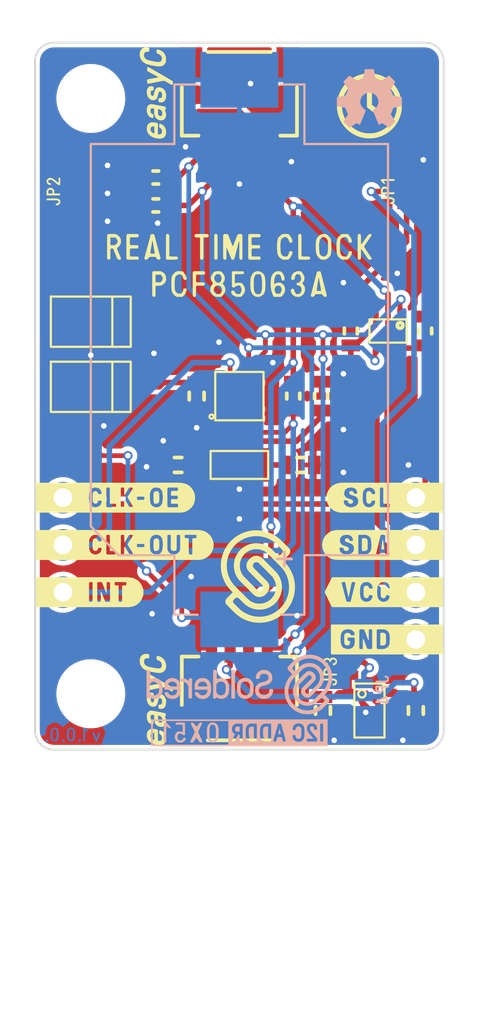
<source format=kicad_pcb>
(kicad_pcb (version 20210126) (generator pcbnew)
  (layers (0 "F.Cu" signal) (31 "B.Cu" signal) (34 "B.Paste" user) (35 "F.Paste" user) (36 "B.SilkS" user "B.Silkscreen") (37 "F.SilkS" user "F.Silkscreen") (38 "B.Mask" user) (39 "F.Mask" user) (44 "Edge.Cuts" user))
  (net 0 "")
  (net 1 "GND")
  (net 2 "Net-(C1-Pad1)")
  (net 3 "Net-(C2-Pad1)")
  (net 4 "VCC")
  (net 5 "Net-(C4-Pad2)")
  (net 6 "3V3")
  (net 7 "Net-(D1-Pad1)")
  (net 8 "SDA_PULL5")
  (net 9 "5V")
  (net 10 "SCL_PULL5")
  (net 11 "SDA_PULL3,3")
  (net 12 "SCL_PULL3,3")
  (net 13 "CLK_OE")
  (net 14 "CLK_OUT")
  (net 15 "INT")
  (net 16 "SDA3,3")
  (net 17 "SCL3,3")
  (net 18 "SCL5")
  (net 19 "SDA5")
  (footprint "e-radionica.com footprinti:0603R" (layer "F.Cu") (at 131 107.5 90)
    (fp_text reference "R5")
    (fp_text value "10k")
    (pad "1" smd rect (at -0.775 0 180) (size 1 0.64) (layers "F.Cu" "F.Paste" "F.Mask") (net 18 "SCL5"))
    (pad "2" smd rect (at 0.775 0 180) (size 1 0.64) (layers "F.Cu" "F.Paste" "F.Mask") (net 10 "SCL_PULL5"))
  )
  (footprint "e-radionica.com footprinti:KRISTAL_3215" (layer "F.Cu") (at 121 114.7 180)
    (fp_text reference "X1")
    (fp_text value "32.768kHz-3215")
    (pad "1" smd rect (at -1.25 0 180) (size 1 1.8) (layers "F.Cu" "F.Paste" "F.Mask") (net 2 "Net-(C1-Pad1)"))
    (pad "2" smd rect (at 1.25 0 180) (size 1 1.8) (layers "F.Cu" "F.Paste" "F.Mask") (net 3 "Net-(C2-Pad1)"))
  )
  (footprint "buzzardLabel" (layer "F.Cu") (at 132.4 116.46)
    (fp_text reference "" (at 0 0) (layer "F.SilkS") (effects (font (size 1.27 1.27))))
    (fp_text value "" (at 0 0) (layer "F.SilkS") (effects (font (size 1.27 1.27))))
  )
  (footprint "Soldered Graphics:Symbol-Front-Clock" (layer "F.Cu") (at 128 95.4)
    (fp_text reference "G***" hide)
    (fp_text value "LOGO" hide)
  )
  (footprint "buzzardLabel" (layer "F.Cu") (at 121 103)
    (fp_text reference "" (at 0 0) (layer "F.SilkS") (effects (font (size 1.27 1.27))))
    (fp_text value "" (at 0 0) (layer "F.SilkS") (effects (font (size 1.27 1.27))))
  )
  (footprint "e-radionica.com footprinti:HEADER_MALE_4X1" (layer "F.Cu") (at 130.5 120.27 90)
    (fp_text reference "K5")
    (fp_text value "HEADER_MALE_4X1")
    (pad "1" thru_hole circle (at -3.81 0 90) (size 1.7 1.7) (drill 1) (layers *.Cu *.Mask) (net 1 "GND"))
    (pad "2" thru_hole circle (at -1.27 0 90) (size 1.7 1.7) (drill 1) (layers *.Cu *.Mask) (net 9 "5V"))
    (pad "3" thru_hole circle (at 1.27 0 90) (size 1.7 1.7) (drill 1) (layers *.Cu *.Mask) (net 19 "SDA5"))
    (pad "4" thru_hole circle (at 3.81 0 90) (size 1.7 1.7) (drill 1) (layers *.Cu *.Mask) (net 18 "SCL5"))
  )
  (footprint "Soldered Graphics:Logo-Front-easyC-5mm" (layer "F.Cu") (at 116.5 94.7 90)
    (fp_text reference "G***" hide)
    (fp_text value "LOGO" hide)
  )
  (footprint "Soldered Graphics:Logo-Back-OSH-3.5mm" (layer "F.Cu") (at 128 95)
    (fp_text reference "G***" hide)
    (fp_text value "LOGO" hide)
  )
  (footprint "buzzardLabel" (layer "F.Cu") (at 132.4 119)
    (fp_text reference "" (at 0 0) (layer "F.SilkS") (effects (font (size 1.27 1.27))))
    (fp_text value "" (at 0 0) (layer "F.SilkS") (effects (font (size 1.27 1.27))))
  )
  (footprint "e-radionica.com footprinti:0603C" (layer "F.Cu") (at 118.7 111 90)
    (fp_text reference "C3")
    (fp_text value "0.1uF")
    (pad "1" smd rect (at -0.73 0 90) (size 0.66 1) (layers "F.Cu" "F.Paste" "F.Mask") (net 1 "GND"))
    (pad "2" smd rect (at 0.73 0 90) (size 0.66 1) (layers "F.Cu" "F.Paste" "F.Mask") (net 4 "VCC"))
  )
  (footprint "buzzardLabel" (layer "F.Cu") (at 129 100 90)
    (fp_text reference "" (at 0 0 90) (layer "F.SilkS") (effects (font (size 1.27 1.27))))
    (fp_text value "" (at 0 0 90) (layer "F.SilkS") (effects (font (size 1.27 1.27))))
  )
  (footprint "e-radionica.com footprinti:FIDUCIAL_1MM_PASTE" (layer "F.Cu") (at 120.5 128)
    (fp_text reference "FD1")
    (fp_text value "Fiducial_Stencil")
    (pad "1" smd circle (at 0 0) (size 1 1) (property pad_prop_fiducial_glob) (layers "F.Cu" "F.Paste" "F.Mask"))
  )
  (footprint "e-radionica.com footprinti:SMD-JUMPER-CONNECTED_TRACE_NOSLODERMASK" (layer "F.Cu") (at 126.9 125.65 90)
    (fp_text reference "JP3")
    (fp_text value "SMD-JUMPER-CONNECTED_TRACE_NOSLODERMASK")
    (fp_poly (pts (xy 0.1 0.1) (xy -0.1 0.1) (xy -0.1 -0.1) (xy 0.1 -0.1)) (layer "F.Cu") (width 0.1) (fill solid))
    (pad "1" smd rect (at -0.35 0 90) (size 0.5 1) (layers "F.Cu") (net 5 "Net-(C4-Pad2)"))
    (pad "2" smd rect (at 0.35 0 90) (size 0.5 1) (layers "F.Cu") (net 9 "5V"))
  )
  (footprint "e-radionica.com footprinti:0603C" (layer "F.Cu") (at 117.7 114.7 180)
    (fp_text reference "C2")
    (fp_text value "7pF")
    (pad "1" smd rect (at -0.73 0 180) (size 0.66 1) (layers "F.Cu" "F.Paste" "F.Mask") (net 3 "Net-(C2-Pad1)"))
    (pad "2" smd rect (at 0.73 0 180) (size 0.66 1) (layers "F.Cu" "F.Paste" "F.Mask") (net 1 "GND"))
  )
  (footprint "e-radionica.com footprinti:0603C" (layer "F.Cu") (at 130.5 127.9 90)
    (fp_text reference "C5")
    (fp_text value "2.2uF")
    (pad "1" smd rect (at -0.73 0 90) (size 0.66 1) (layers "F.Cu" "F.Paste" "F.Mask") (net 1 "GND"))
    (pad "2" smd rect (at 0.73 0 90) (size 0.66 1) (layers "F.Cu" "F.Paste" "F.Mask") (net 6 "3V3"))
  )
  (footprint "e-radionica.com footprinti:HOLE_3.2mm" (layer "F.Cu") (at 113 127)
    (fp_text reference "H2" hide)
    (fp_text value "HOLE_3.2mm" hide)
    (pad "" np_thru_hole circle (at 0 0) (size 3.2 3.2) (drill 3.2) (layers F&B.Cu *.Mask))
  )
  (footprint "buzzardLabel" (layer "F.Cu") (at 132.4 121.54)
    (fp_text reference "" (at 0 0) (layer "F.SilkS") (effects (font (size 1.27 1.27))))
    (fp_text value "" (at 0 0) (layer "F.SilkS") (effects (font (size 1.27 1.27))))
  )
  (footprint "Soldered Graphics:Logo-Front-Soldered-5mm" (layer "F.Cu") (at 122 120.7)
    (fp_text reference "G***" hide)
    (fp_text value "LOGO" hide)
  )
  (footprint "e-radionica.com footprinti:SMD_JUMPER_3_PAD_TRACE" (layer "F.Cu") (at 112 100 -90)
    (fp_text reference "JP2")
    (fp_text value "SMD_JUMPER_3_PAD_TRACE")
    (fp_poly (pts (xy 0.45 0.05) (xy 0.25 0.05) (xy 0.25 -0.05) (xy 0.45 -0.05)) (layer "F.Cu") (width 0.1) (fill solid))
    (fp_poly (pts (xy -0.25 0.05) (xy -0.45 0.05) (xy -0.45 -0.05) (xy -0.25 -0.05)) (layer "F.Cu") (width 0.1) (fill solid))
    (pad "1" smd rect (at -0.7 0 90) (size 0.5 1) (layers "F.Cu" "F.Mask") (net 12 "SCL_PULL3,3"))
    (pad "2" smd custom (at 0 0 90) (size 0.5 1) (layers "F.Cu" "F.Mask") (net 6 "3V3") (options (clearance outline) (anchor rect)) (primitives))
    (pad "3" smd rect (at 0.7 0 90) (size 0.5 1) (layers "F.Cu" "F.Mask") (net 11 "SDA_PULL3,3"))
  )
  (footprint "e-radionica.com footprinti:M4_DIODA" (layer "F.Cu") (at 113 107)
    (fp_text reference "D2")
    (fp_text value "M4_DIODA")
    (pad "1" smd rect (at -1.69 0) (size 1.27 1.47) (layers "F.Cu" "F.Paste" "F.Mask") (net 6 "3V3"))
    (pad "2" smd rect (at 1.69 0) (size 1.27 1.47) (layers "F.Cu" "F.Paste" "F.Mask") (net 4 "VCC"))
  )
  (footprint "e-radionica.com footprinti:0603C" (layer "F.Cu") (at 124.3 114.7)
    (fp_text reference "C1")
    (fp_text value "7pF")
    (pad "1" smd rect (at -0.73 0) (size 0.66 1) (layers "F.Cu" "F.Paste" "F.Mask") (net 2 "Net-(C1-Pad1)"))
    (pad "2" smd rect (at 0.73 0) (size 0.66 1) (layers "F.Cu" "F.Paste" "F.Mask") (net 1 "GND"))
  )
  (footprint "e-radionica.com footprinti:0603R" (layer "F.Cu") (at 116.5 99.25 180)
    (fp_text reference "R6")
    (fp_text value "10k")
    (pad "1" smd rect (at -0.775 0 270) (size 1 0.64) (layers "F.Cu" "F.Paste" "F.Mask") (net 17 "SCL3,3"))
    (pad "2" smd rect (at 0.775 0 270) (size 1 0.64) (layers "F.Cu" "F.Paste" "F.Mask") (net 12 "SCL_PULL3,3"))
  )
  (footprint "e-radionica.com footprinti:SOT-23-5" (layer "F.Cu") (at 128 127.9)
    (fp_text reference "U3")
    (fp_text value "SE5218")
    (pad "1" smd rect (at -1.1 -0.95) (size 0.7 0.45) (layers "F.Cu" "F.Paste" "F.Mask") (net 5 "Net-(C4-Pad2)"))
    (pad "2" smd rect (at -1.1 0) (size 0.7 0.45) (layers "F.Cu" "F.Paste" "F.Mask") (net 1 "GND"))
    (pad "3" smd rect (at -1.1 0.95) (size 0.7 0.45) (layers "F.Cu" "F.Paste" "F.Mask") (net 5 "Net-(C4-Pad2)"))
    (pad "4" smd rect (at 1.1 0.95) (size 0.7 0.45) (layers "F.Cu" "F.Paste" "F.Mask"))
    (pad "5" smd rect (at 1.1 -0.95) (size 0.7 0.45) (layers "F.Cu" "F.Paste" "F.Mask") (net 6 "3V3"))
  )
  (footprint "buzzardLabel" (layer "F.Cu") (at 121 105)
    (fp_text reference "" (at 0 0) (layer "F.SilkS") (effects (font (size 1.27 1.27))))
    (fp_text value "" (at 0 0) (layer "F.SilkS") (effects (font (size 1.27 1.27))))
  )
  (footprint "e-radionica.com footprinti:0603R" (layer "F.Cu") (at 125.4 111 -90)
    (fp_text reference "R4")
    (fp_text value "10k")
    (pad "1" smd rect (at -0.775 0) (size 1 0.64) (layers "F.Cu" "F.Paste" "F.Mask") (net 1 "GND"))
    (pad "2" smd rect (at 0.775 0) (size 1 0.64) (layers "F.Cu" "F.Paste" "F.Mask") (net 13 "CLK_OE"))
  )
  (footprint "buzzardLabel" (layer "F.Cu") (at 109.6 116.46)
    (fp_text reference "" (at 0 0) (layer "F.SilkS") (effects (font (size 1.27 1.27))))
    (fp_text value "" (at 0 0) (layer "F.SilkS") (effects (font (size 1.27 1.27))))
  )
  (footprint "e-radionica.com footprinti:0603R" (layer "F.Cu") (at 116.5 100.75)
    (fp_text reference "R1")
    (fp_text value "10k")
    (pad "1" smd rect (at -0.775 0 90) (size 1 0.64) (layers "F.Cu" "F.Paste" "F.Mask") (net 11 "SDA_PULL3,3"))
    (pad "2" smd rect (at 0.775 0 90) (size 1 0.64) (layers "F.Cu" "F.Paste" "F.Mask") (net 16 "SDA3,3"))
  )
  (footprint "e-radionica.com footprinti:HOLE_3.2mm" (layer "F.Cu") (at 113 95)
    (fp_text reference "H1" hide)
    (fp_text value "HOLE_3.2mm" hide)
    (pad "" np_thru_hole circle (at 0 0) (size 3.2 3.2) (drill 3.2) (layers F&B.Cu *.Mask))
  )
  (footprint "buzzardLabel" (layer "F.Cu") (at 132.4 124.08)
    (fp_text reference "" (at 0 0) (layer "F.SilkS") (effects (font (size 1.27 1.27))))
    (fp_text value "" (at 0 0) (layer "F.SilkS") (effects (font (size 1.27 1.27))))
  )
  (footprint "e-radionica.com footprinti:0603C" (layer "F.Cu") (at 125.5 127.9 90)
    (fp_text reference "C4")
    (fp_text value "2.2uF")
    (pad "1" smd rect (at -0.73 0 90) (size 0.66 1) (layers "F.Cu" "F.Paste" "F.Mask") (net 1 "GND"))
    (pad "2" smd rect (at 0.73 0 90) (size 0.66 1) (layers "F.Cu" "F.Paste" "F.Mask") (net 5 "Net-(C4-Pad2)"))
  )
  (footprint "e-radionica.com footprinti:0603R" (layer "F.Cu") (at 123.9 111 90)
    (fp_text reference "R3")
    (fp_text value "10k")
    (pad "1" smd rect (at -0.775 0 180) (size 1 0.64) (layers "F.Cu" "F.Paste" "F.Mask") (net 15 "INT"))
    (pad "2" smd rect (at 0.775 0 180) (size 1 0.64) (layers "F.Cu" "F.Paste" "F.Mask") (net 6 "3V3"))
  )
  (footprint "buzzardLabel" (layer "F.Cu") (at 109.6 119)
    (fp_text reference "" (at 0 0) (layer "F.SilkS") (effects (font (size 1.27 1.27))))
    (fp_text value "" (at 0 0) (layer "F.SilkS") (effects (font (size 1.27 1.27))))
  )
  (footprint "e-radionica.com footprinti:easyC-connector" (layer "F.Cu") (at 121 95.3)
    (fp_text reference "K4")
    (fp_text value "easyC-SMD")
    (pad "1" smd rect (at -1.5 2.15) (size 0.6 1.55) (layers "F.Cu" "F.Paste" "F.Mask") (net 17 "SCL3,3"))
    (pad "2" smd rect (at -0.5 2.15) (size 0.6 1.55) (layers "F.Cu" "F.Paste" "F.Mask") (net 16 "SDA3,3"))
    (pad "3" smd rect (at 0.5 2.15) (size 0.6 1.55) (layers "F.Cu" "F.Paste" "F.Mask") (net 6 "3V3"))
    (pad "4" smd rect (at 1.5 2.15) (size 0.6 1.55) (layers "F.Cu" "F.Paste" "F.Mask") (net 1 "GND"))
    (pad "5" smd rect (at 2.6 -2.15) (size 1.2 1.8) (layers "F.Cu" "F.Paste" "F.Mask") (net 1 "GND"))
    (pad "5" smd rect (at -2.6 -2.15) (size 1.2 1.8) (layers "F.Cu" "F.Paste" "F.Mask") (net 1 "GND"))
  )
  (footprint "e-radionica.com footprinti:M4_DIODA" (layer "F.Cu") (at 113 110.5)
    (fp_text reference "D1")
    (fp_text value "M4_DIODA")
    (pad "1" smd rect (at -1.69 0) (size 1.27 1.47) (layers "F.Cu" "F.Paste" "F.Mask") (net 7 "Net-(D1-Pad1)"))
    (pad "2" smd rect (at 1.69 0) (size 1.27 1.47) (layers "F.Cu" "F.Paste" "F.Mask") (net 4 "VCC"))
  )
  (footprint "Soldered Graphics:Logo-Front-easyC-5mm" (layer "F.Cu") (at 116.5 127.3 90)
    (fp_text reference "G***" hide)
    (fp_text value "LOGO" hide)
  )
  (footprint "Soldered Graphics:Logo-Back-SolderedFULL-10mm" (layer "F.Cu") (at 121 126.5)
    (fp_text reference "G***" hide)
    (fp_text value "LOGO" hide)
  )
  (footprint "buzzardLabel" (layer "F.Cu") (at 109.6 121.54)
    (fp_text reference "" (at 0 0) (layer "F.SilkS") (effects (font (size 1.27 1.27))))
    (fp_text value "" (at 0 0) (layer "F.SilkS") (effects (font (size 1.27 1.27))))
  )
  (footprint "e-radionica.com footprinti:SMD_JUMPER_3_PAD_TRACE" (layer "F.Cu") (at 130 100 -90)
    (fp_text reference "JP1")
    (fp_text value "SMD_JUMPER_3_PAD_TRACE")
    (fp_poly (pts (xy -0.25 0.05) (xy -0.45 0.05) (xy -0.45 -0.05) (xy -0.25 -0.05)) (layer "F.Cu") (width 0.1) (fill solid))
    (fp_poly (pts (xy 0.45 0.05) (xy 0.25 0.05) (xy 0.25 -0.05) (xy 0.45 -0.05)) (layer "F.Cu") (width 0.1) (fill solid))
    (pad "1" smd rect (at -0.7 0 90) (size 0.5 1) (layers "F.Cu" "F.Mask") (net 10 "SCL_PULL5"))
    (pad "2" smd custom (at 0 0 90) (size 0.5 1) (layers "F.Cu" "F.Mask") (net 9 "5V") (options (clearance outline) (anchor rect)) (primitives))
    (pad "3" smd rect (at 0.7 0 90) (size 0.5 1) (layers "F.Cu" "F.Mask") (net 8 "SDA_PULL5"))
  )
  (footprint "e-radionica.com footprinti:SOT-363" (layer "F.Cu") (at 129 107.5 -90)
    (fp_text reference "U1")
    (fp_text value "NMOS-DUAL")
    (pad "1" smd rect (at -0.92 -0.65) (size 0.3 0.66) (layers "F.Cu" "F.Paste" "F.Mask") (net 16 "SDA3,3"))
    (pad "2" smd rect (at -0.92 0) (size 0.3 0.66) (layers "F.Cu" "F.Paste" "F.Mask") (net 6 "3V3"))
    (pad "3" smd rect (at -0.92 0.65) (size 0.3 0.66) (layers "F.Cu" "F.Paste" "F.Mask") (net 19 "SDA5"))
    (pad "4" smd rect (at 0.92 0.65) (size 0.3 0.66) (layers "F.Cu" "F.Paste" "F.Mask") (net 17 "SCL3,3"))
    (pad "5" smd rect (at 0.92 0) (size 0.3 0.66) (layers "F.Cu" "F.Paste" "F.Mask") (net 6 "3V3"))
    (pad "6" smd rect (at 0.92 -0.65) (size 0.3 0.66) (layers "F.Cu" "F.Paste" "F.Mask") (net 18 "SCL5"))
  )
  (footprint "e-radionica.com footprinti:easyC-connector" (layer "F.Cu") (at 121 126.7 180)
    (fp_text reference "K3")
    (fp_text value "easyC-SMD")
    (pad "1" smd rect (at -1.5 2.15 180) (size 0.6 1.55) (layers "F.Cu" "F.Paste" "F.Mask") (net 17 "SCL3,3"))
    (pad "2" smd rect (at -0.5 2.15 180) (size 0.6 1.55) (layers "F.Cu" "F.Paste" "F.Mask") (net 16 "SDA3,3"))
    (pad "3" smd rect (at 0.5 2.15 180) (size 0.6 1.55) (layers "F.Cu" "F.Paste" "F.Mask") (net 6 "3V3"))
    (pad "4" smd rect (at 1.5 2.15 180) (size 0.6 1.55) (layers "F.Cu" "F.Paste" "F.Mask") (net 1 "GND"))
    (pad "5" smd rect (at -2.6 -2.15 180) (size 1.2 1.8) (layers "F.Cu" "F.Paste" "F.Mask") (net 1 "GND"))
    (pad "5" smd rect (at 2.6 -2.15 180) (size 1.2 1.8) (layers "F.Cu" "F.Paste" "F.Mask") (net 1 "GND"))
  )
  (footprint "e-radionica.com footprinti:0603R" (layer "F.Cu") (at 127 107.5 -90)
    (fp_text reference "R2")
    (fp_text value "10k")
    (pad "1" smd rect (at -0.775 0) (size 1 0.64) (layers "F.Cu" "F.Paste" "F.Mask") (net 8 "SDA_PULL5"))
    (pad "2" smd rect (at 0.775 0) (size 1 0.64) (layers "F.Cu" "F.Paste" "F.Mask") (net 19 "SDA5"))
  )
  (footprint "buzzardLabel" (layer "F.Cu") (at 111 100 90)
    (fp_text reference "" (at 0 0 90) (layer "F.SilkS") (effects (font (size 1.27 1.27))))
    (fp_text value "" (at 0 0 90) (layer "F.SilkS") (effects (font (size 1.27 1.27))))
  )
  (footprint "buzzardLabel" (layer "F.Cu") (at 125.9 125.8 90)
    (fp_text reference "" (at 0 0 90) (layer "F.SilkS") (effects (font (size 1.27 1.27))))
    (fp_text value "" (at 0 0 90) (layer "F.SilkS") (effects (font (size 1.27 1.27))))
  )
  (footprint "e-radionica.com footprinti:HEADER_MALE_3X1" (layer "F.Cu") (at 111.5 119 90)
    (fp_text reference "K2")
    (fp_text value "HEADER_MALE_3X1")
    (pad "1" thru_hole circle (at -2.54 0 90) (size 1.7 1.7) (drill 1) (layers *.Cu *.Mask) (net 15 "INT"))
    (pad "2" thru_hole circle (at 0 0 90) (size 1.7 1.7) (drill 1) (layers *.Cu *.Mask) (net 14 "CLK_OUT"))
    (pad "3" thru_hole circle (at 2.54 0 90) (size 1.7 1.7) (drill 1) (layers *.Cu *.Mask) (net 13 "CLK_OE"))
  )
  (footprint "e-radionica.com footprinti:PCF85063A" (layer "F.Cu") (at 121 111 90)
    (fp_text reference "U2")
    (fp_text value "PCF85063A")
    (pad "" smd rect (at 0 0 90) (size 1.1 2) (layers "F.Cu" "F.Paste" "F.Mask"))
    (pad "1" smd rect (at -0.95 -1 90) (size 0.625 0.25) (layers "F.Cu" "F.Paste" "F.Mask") (net 3 "Net-(C2-Pad1)"))
    (pad "2" smd rect (at -0.95 -0.5 90) (size 0.625 0.25) (layers "F.Cu" "F.Paste" "F.Mask") (net 2 "Net-(C1-Pad1)"))
    (pad "3" smd rect (at -0.95 0 90) (size 0.625 0.25) (layers "F.Cu" "F.Paste" "F.Mask") (net 13 "CLK_OE"))
    (pad "4" smd rect (at -0.95 0.5 90) (size 0.625 0.25) (layers "F.Cu" "F.Paste" "F.Mask") (net 15 "INT"))
    (pad "5" smd rect (at -0.95 1 90) (size 0.625 0.25) (layers "F.Cu" "F.Paste" "F.Mask") (net 1 "GND"))
    (pad "6" smd rect (at 0.95 1 90) (size 0.625 0.25) (layers "F.Cu" "F.Paste" "F.Mask") (net 16 "SDA3,3"))
    (pad "7" smd rect (at 0.95 0.5 90) (size 0.625 0.25) (layers "F.Cu" "F.Paste" "F.Mask") (net 17 "SCL3,3"))
    (pad "8" smd rect (at 0.95 0 90) (size 0.625 0.25) (layers "F.Cu" "F.Paste" "F.Mask"))
    (pad "9" smd rect (at 0.95 -0.5 90) (size 0.625 0.25) (layers "F.Cu" "F.Paste" "F.Mask") (net 14 "CLK_OUT"))
    (pad "10" smd rect (at 0.95 -1 90) (size 0.625 0.25) (layers "F.Cu" "F.Paste" "F.Mask") (net 4 "VCC"))
  )
  (footprint "buzzardLabel" (layer "B.Cu") (at 118.4 129.1 180)
    (fp_text reference "" (at 0 0) (layer "B.SilkS") (effects (font (size 1.27 1.27)) (justify mirror)))
    (fp_text value "" (at 0 0) (layer "B.SilkS") (effects (font (size 1.27 1.27)) (justify mirror)))
  )
  (footprint "Soldered Graphics:Symbol-Front-I2C-ADDR-Field" (layer "B.Cu") (at 121 129.1 180)
    (fp_text reference "REF**" hide)
    (fp_text value "Symbol-Front-I2C-ADDR-Field" hide)
  )
  (footprint "e-radionica.com footprinti:CR2032-BS-6-1" (layer "B.Cu") (at 121 108.5 -90)
    (fp_text reference "K1")
    (fp_text value "CR2032_BS-6_HOLDER")
    (fp_text user "+" (at 11.25 -2.5 -90 unlocked) (layer "B.SilkS") (effects (justify mirror)))
    (pad "+" smd rect (at 14.5 0 270) (size 3 4.2) (layers "B.Cu" "B.Paste" "B.Mask") (net 7 "Net-(D1-Pad1)"))
    (pad "-" smd rect (at -14.5 0 270) (size 3 4.2) (layers "B.Cu" "B.Paste" "B.Mask") (net 1 "GND"))
  )
  (footprint "Soldered Graphics:Version1.0.0." (layer "B.Cu") (at 112 129.2 180)
    (fp_text reference "" (at 0 0) (layer "B.SilkS") (effects (font (size 1.27 1.27)) (justify mirror)))
    (fp_text value "" (at 0 0) (layer "B.SilkS") (effects (font (size 1.27 1.27)) (justify mirror)))
    (fp_poly (pts (xy 0.43 -0.38) (xy 0.48 -0.38) (xy 0.54 -0.37) (xy 0.54 -0.33) (xy 0.54 -0.27) (xy 0.5 -0.26) (xy 0.45 -0.26) (xy 0.42 -0.29) (xy 0.42 -0.34) (xy 0.43 -0.38)) (layer "B.Cu") (width 0.01) (fill solid))
    (fp_poly (pts (xy -1.33 -0.35) (xy -1.27 -0.35) (xy -1.25 -0.31) (xy -1.09 0.1) (xy -1.11 0.13) (xy -1.16 0.13) (xy -1.19 0.1) (xy -1.28 -0.16) (xy -1.3 -0.21) (xy -1.32 -0.17) (xy -1.41 0.09) (xy -1.44 0.13) (xy -1.49 0.13) (xy -1.51 0.1) (xy -1.36 -0.31) (xy -1.33 -0.35)) (layer "B.Cu") (width 0.01) (fill solid))
    (fp_poly (pts (xy 1.31 -0.38) (xy 1.36 -0.38) (xy 1.41 -0.37) (xy 1.42 -0.33) (xy 1.42 -0.27) (xy 1.38 -0.26) (xy 1.33 -0.26) (xy 1.3 -0.29) (xy 1.3 -0.34) (xy 1.31 -0.38)) (layer "B.Cu") (width 0.01) (fill solid))
    (fp_poly (pts (xy -0.44 -0.38) (xy -0.39 -0.38) (xy -0.34 -0.37) (xy -0.34 -0.33) (xy -0.34 -0.27) (xy -0.38 -0.26) (xy -0.43 -0.26) (xy -0.46 -0.29) (xy -0.46 -0.34) (xy -0.44 -0.38)) (layer "B.Cu") (width 0.01) (fill solid))
    (fp_poly (pts (xy -0.67 -0.35) (xy -0.62 -0.35) (xy -0.6 -0.31) (xy -0.6 0.35) (xy -0.64 0.38) (xy -0.69 0.38) (xy -0.73 0.34) (xy -0.84 0.22) (xy -0.86 0.17) (xy -0.83 0.16) (xy -0.73 0.22) (xy -0.69 0.23) (xy -0.69 -0.31) (xy -0.67 -0.35)) (layer "B.Cu") (width 0.01) (fill solid))
    (fp_poly (pts (xy 0.06 -0.35) (xy 0.11 -0.35) (xy 0.17 -0.33) (xy 0.13 -0.28) (xy 0.03 -0.28) (xy -0.01 -0.25) (xy -0.03 -0.2) (xy -0.05 -0.15) (xy -0.05 -0.11) (xy -0.05 0.01) (xy -0.05 0.13) (xy -0.05 0.17) (xy -0.03 0.22) (xy -0.01 0.27) (xy 0.02 0.3) (xy 0.13 0.3) (xy 0.16 0.26) (xy 0.18 0.21) (xy 0.18 0.15) (xy 0.19 0.05) (xy 0.19 -0.08) (xy 0.19 -0.12) (xy 0.18 -0.17) (xy 0.16 -0.22) (xy 0.14 -0.27) (xy 0.14 -0.28) (xy 0.17 -0.32) (xy 0.21 -0.29) (xy 0.24 -0.26) (xy 0.26 -0.22) (xy 0.27 -0.16) (xy 0.28 -0.11) (xy 0.28 -0.06) (xy 0.28 0.06) (xy 0.28 0.12) (xy 0.27 0.17) (xy 0.26 0.22) (xy 0.25 0.27) (xy 0.22 0.3) (xy 0.19 0.34) (xy 0.13 0.37) (xy 0.08 0.38) (xy 0.02 0.38) (xy -0.03 0.35) (xy -0.08 0.31) (xy -0.1 0.28) (xy -0.12 0.23) (xy -0.14 0.18) (xy -0.14 0.13) (xy -0.15 0.08) (xy -0.15 -0.04) (xy -0.14 -0.1) (xy -0.14 -0.14) (xy -0.13 -0.2) (xy -0.11 -0.25) (xy -0.08 -0.28) (xy -0.05 -0.32) (xy 0.01 -0.35) (xy 0.06 -0.35)) (layer "B.Cu") (width 0.01) (fill solid))
    (fp_poly (pts (xy 0.93 -0.35) (xy 0.99 -0.35) (xy 1.04 -0.33) (xy 1.01 -0.28) (xy 0.91 -0.28) (xy 0.87 -0.25) (xy 0.85 -0.2) (xy 0.83 -0.15) (xy 0.83 -0.11) (xy 0.82 0.01) (xy 0.83 0.13) (xy 0.83 0.17) (xy 0.84 0.22) (xy 0.87 0.27) (xy 0.9 0.3) (xy 1.01 0.3) (xy 1.04 0.26) (xy 1.05 0.21) (xy 1.06 0.15) (xy 1.07 0.05) (xy 1.07 -0.08) (xy 1.06 -0.12) (xy 1.06 -0.17) (xy 1.04 -0.22) (xy 1.02 -0.27) (xy 1.01 -0.28) (xy 1.05 -0.32) (xy 1.09 -0.29) (xy 1.12 -0.26) (xy 1.14 -0.22) (xy 1.15 -0.16) (xy 1.16 -0.11) (xy 1.16 -0.06) (xy 1.16 0.06) (xy 1.16 0.12) (xy 1.15 0.17) (xy 1.14 0.22) (xy 1.13 0.27) (xy 1.1 0.3) (xy 1.06 0.34) (xy 1.01 0.37) (xy 0.95 0.38) (xy 0.9 0.38) (xy 0.84 0.35) (xy 0.8 0.31) (xy 0.78 0.28) (xy 0.75 0.23) (xy 0.74 0.18) (xy 0.74 0.13) (xy 0.73 0.08) (xy 0.73 -0.04) (xy 0.73 -0.1) (xy 0.74 -0.14) (xy 0.75 -0.2) (xy 0.77 -0.25) (xy 0.79 -0.28) (xy 0.83 -0.32) (xy 0.89 -0.35) (xy 0.93 -0.35)) (layer "B.Cu") (width 0.01) (fill solid))
  )
  (footprint "buzzardLabel" (layer "B.Cu") (at 128.7 126.8 -90)
    (fp_text reference "" (at 0 0 90) (layer "B.SilkS") (effects (font (size 1.27 1.27)) (justify mirror)))
    (fp_text value "" (at 0 0 90) (layer "B.SilkS") (effects (font (size 1.27 1.27)) (justify mirror)))
  )
  (footprint "e-radionica.com footprinti:SMD_JUMPER" (layer "B.Cu") (at 127.7 126.8 -90)
    (fp_text reference "JP4")
    (fp_text value "SMD_JUMPER")
    (pad "1" smd rect (at -0.35 0 270) (size 0.5 1) (layers "B.Cu" "B.Mask") (net 9 "5V"))
    (pad "2" smd rect (at 0.35 0 270) (size 0.5 1) (layers "B.Cu" "B.Mask") (net 6 "3V3"))
  )
  (gr_arc (start 111 93) (end 111 92) (angle -90) (layer "Edge.Cuts") (width 0.1))
  (gr_line (start 132 93) (end 132 129) (layer "Edge.Cuts") (width 0.1))
  (gr_line (start 111 92) (end 131 92) (layer "Edge.Cuts") (width 0.1))
  (gr_arc (start 131 93) (end 132 93) (angle -90) (layer "Edge.Cuts") (width 0.1))
  (gr_arc (start 131 129) (end 131 130) (angle -90) (layer "Edge.Cuts") (width 0.1))
  (gr_line (start 131 130) (end 111 130) (layer "Edge.Cuts") (width 0.1))
  (gr_line (start 110 129) (end 110 93) (layer "Edge.Cuts") (width 0.1))
  (gr_arc (start 111 129) (end 111 130) (angle 90) (layer "Edge.Cuts") (width 0.1))
  (via (at 113.9 101.6) (size 0.5) (drill 0.3) (layers "F.Cu" "B.Cu") (net 1))
  (via (at 118.4 120.7) (size 0.5) (drill 0.3) (layers "F.Cu" "B.Cu") (net 1))
  (via (at 126.6 115.1) (size 0.5) (drill 0.3) (layers "F.Cu" "B.Cu") (net 1))
  (via (at 116 114.8) (size 0.5) (drill 0.3) (layers "F.Cu" "B.Cu") (net 1))
  (via (at 121 99.6) (size 0.5) (drill 0.3) (layers "F.Cu" "B.Cu") (net 1))
  (via (at 129.8 129.5) (size 0.5) (drill 0.3) (layers "F.Cu" "B.Cu") (net 1))
  (via (at 121 117.6) (size 0.5) (drill 0.3) (layers "F.Cu" "B.Cu") (net 1))
  (via (at 127.8 128) (size 0.5) (drill 0.3) (layers "F.Cu" "B.Cu") (net 1))
  (via (at 126.6 112.8) (size 0.5) (drill 0.3) (layers "F.Cu" "B.Cu") (net 1))
  (via (at 121 116) (size 0.5) (drill 0.3) (layers "F.Cu" "B.Cu") (net 1))
  (via (at 130.1 114.7) (size 0.5) (drill 0.3) (layers "F.Cu" "B.Cu") (net 1))
  (via (at 122.8 109.2) (size 0.5) (drill 0.3) (layers "F.Cu" "B.Cu") (net 1))
  (via (at 126.6 109.8) (size 0.5) (drill 0.3) (layers "F.Cu" "B.Cu") (net 1))
  (via (at 116.4 108.7) (size 0.5) (drill 0.3) (layers "F.Cu" "B.Cu") (net 1))
  (via (at 118.7 112.7) (size 0.5) (drill 0.3) (layers "F.Cu" "B.Cu") (net 1))
  (via (at 129.5 104.4) (size 0.5) (drill 0.3) (layers "F.Cu" "B.Cu") (net 1))
  (via (at 126.6 104.9) (size 0.5) (drill 0.3) (layers "F.Cu" "B.Cu") (net 1))
  (via (at 124.1 122.8) (size 0.5) (drill 0.3) (layers "F.Cu" "B.Cu") (net 1))
  (via (at 113.9 98.6) (size 0.5) (drill 0.3) (layers "F.Cu" "B.Cu") (net 1))
  (via (at 116.3 122.7) (size 0.5) (drill 0.3) (layers "F.Cu" "B.Cu") (net 1))
  (via (at 113.9 100.1) (size 0.5) (drill 0.3) (layers "F.Cu" "B.Cu") (net 1))
  (via (at 126.1 129.5) (size 0.5) (drill 0.3) (layers "F.Cu" "B.Cu") (net 1))
  (via (at 113.7 112.6) (size 0.5) (drill 0.3) (layers "F.Cu" "B.Cu") (net 1))
  (via (at 116.9 113.4) (size 0.5) (drill 0.3) (layers "F.Cu" "B.Cu") (net 1))
  (via (at 130.9 98.3) (size 0.5) (drill 0.3) (layers "F.Cu" "B.Cu") (net 1))
  (via (at 119.9 108.1) (size 0.5) (drill 0.3) (layers "F.Cu" "B.Cu") (net 1))
  (via (at 116.6 101.7) (size 0.5) (drill 0.3) (layers "F.Cu" "B.Cu") (net 1))
  (via (at 118.1 97.6) (size 0.5) (drill 0.3) (layers "F.Cu" "B.Cu") (net 1))
  (via (at 113 108.8) (size 0.5) (drill 0.3) (layers "F.Cu" "B.Cu") (net 1))
  (via (at 123.8 98.4) (size 0.5) (drill 0.3) (layers "F.Cu" "B.Cu") (net 1))
  (via (at 121.6 94.2) (size 0.5) (drill 0.3) (layers "F.Cu" "B.Cu") (net 1))
  (segment (start 120.5 113.2) (end 122 114.7) (width 0.254) (layer "F.Cu") (net 2))
  (segment (start 122 114.7) (end 122.25 114.7) (width 0.254) (layer "F.Cu") (net 2))
  (segment (start 120.5 111.95) (end 120.5 113.2) (width 0.254) (layer "F.Cu") (net 2))
  (segment (start 122.25 114.7) (end 123.57 114.7) (width 0.3) (layer "F.Cu") (net 2))
  (segment (start 119.75 113.15) (end 119.75 114.3) (width 0.254) (layer "F.Cu") (net 3))
  (segment (start 120 112.9) (end 119.75 113.15) (width 0.254) (layer "F.Cu") (net 3))
  (segment (start 120 111.95) (end 120 112.9) (width 0.254) (layer "F.Cu") (net 3))
  (segment (start 118.43 114.7) (end 119.75 114.7) (width 0.3) (layer "F.Cu") (net 3))
  (segment (start 114.69 110.5) (end 114.69 107) (width 0.3) (layer "F.Cu") (net 4))
  (segment (start 116.93 110.27) (end 118.7 110.27) (width 0.3) (layer "F.Cu") (net 4))
  (segment (start 114.69 110.5) (end 116.7 110.5) (width 0.3) (layer "F.Cu") (net 4))
  (segment (start 120 110.05) (end 118.92 110.05) (width 0.254) (layer "F.Cu") (net 4))
  (segment (start 116.7 110.5) (end 116.93 110.27) (width 0.3) (layer "F.Cu") (net 4))
  (segment (start 118.92 110.05) (end 118.7 110.27) (width 0.254) (layer "F.Cu") (net 4))
  (segment (start 126.9 126.95) (end 126.35 126.95) (width 0.3) (layer "F.Cu") (net 5))
  (segment (start 126.35 126.95) (end 126.13 127.17) (width 0.3) (layer "F.Cu") (net 5))
  (segment (start 126.9 126.95) (end 127.85 126.95) (width 0.254) (layer "F.Cu") (net 5))
  (segment (start 126.9 126) (end 126.9 126.95) (width 0.3) (layer "F.Cu") (net 5))
  (segment (start 128.5 127.6) (end 128.5 128.3) (width 0.254) (layer "F.Cu") (net 5))
  (segment (start 126.13 127.17) (end 125.5 127.17) (width 0.3) (layer "F.Cu") (net 5))
  (segment (start 127.95 128.85) (end 126.9 128.85) (width 0.254) (layer "F.Cu") (net 5))
  (segment (start 127.85 126.95) (end 128.5 127.6) (width 0.254) (layer "F.Cu") (net 5))
  (segment (start 128.5 128.3) (end 127.95 128.85) (width 0.254) (layer "F.Cu") (net 5))
  (segment (start 121 95.7) (end 121.5 96.2) (width 0.3) (layer "F.Cu") (net 6))
  (segment (start 129 106.58) (end 129 105.5) (width 0.3) (layer "F.Cu") (net 6))
  (segment (start 123.9 109.2) (end 123.9 110.225) (width 0.3) (layer "F.Cu") (net 6))
  (segment (start 120.5 123.4) (end 120.5 124.55) (width 0.3) (layer "F.Cu") (net 6))
  (segment (start 111.31 103.06) (end 110.7 102.45) (width 0.3) (layer "F.Cu") (net 6))
  (segment (start 130.4 127.07) (end 130.5 127.17) (width 0.3) (layer "F.Cu") (net 6))
  (segment (start 110.7 102.45) (end 110.7 99.5) (width 0.3) (layer "F.Cu") (net 6))
  (segment (start 129.1 126.95) (end 129.65 126.95) (width 0.3) (layer "F.Cu") (net 6))
  (segment (start 112 100) (end 111.2 100) (width 0.3) (layer "F.Cu") (net 6))
  (segment (start 129.65 126.95) (end 129.87 127.17) (width 0.3) (layer "F.Cu") (net 6))
  (segment (start 129 105.5) (end 128.8 105.3) (width 0.3) (layer "F.Cu") (net 6))
  (segment (start 123.9 100.8) (end 121.5 98.4) (width 0.3) (layer "F.Cu") (net 6))
  (segment (start 111.2 100) (end 110.7 99.5) (width 0.3) (layer "F.Cu") (net 6))
  (segment (start 110.7 98.7) (end 111.4 98) (width 0.3) (layer "F.Cu") (net 6))
  (segment (start 122.7 121.2) (end 120.5 123.4) (width 0.3) (layer "F.Cu") (net 6))
  (segment (start 123.9 100.8) (end 123.9 109.2) (width 0.3) (layer "F.Cu") (net 6))
  (segment (start 120.5 125.5) (end 120.5 124.55) (width 0.3) (layer "F.Cu") (net 6))
  (segment (start 122.7 118) (end 122.7 121.2) (width 0.3) (layer "F.Cu") (net 6))
  (segment (start 111.4 98) (end 116.5 98) (width 0.3) (layer "F.Cu") (net 6))
  (segment (start 120.5 124.55) (end 120.5 124) (width 0.3) (layer "F.Cu") (net 6))
  (segment (start 111.31 107) (end 111.31 103.06) (width 0.3) (layer "F.Cu") (net 6))
  (segment (start 121.5 98.4) (end 121.5 97.45) (width 0.3) (layer "F.Cu") (net 6))
  (segment (start 129 108.42) (end 129 106.58) (width 0.3) (layer "F.Cu") (net 6))
  (segment (start 118.8 95.7) (end 121 95.7) (width 0.3) (layer "F.Cu") (net 6))
  (segment (start 110.7 99.5) (end 110.7 98.7) (width 0.3) (layer "F.Cu") (net 6))
  (segment (start 130.4 126.4) (end 130.4 127.07) (width 0.3) (layer "F.Cu") (net 6))
  (segment (start 116.5 98) (end 118.8 95.7) (width 0.3) (layer "F.Cu") (net 6))
  (segment (start 120.3 125.7) (end 120.5 125.5) (width 0.3) (layer "F.Cu") (net 6))
  (segment (start 121.5 96.2) (end 121.5 97.45) (width 0.3) (layer "F.Cu") (net 6))
  (segment (start 129.87 127.17) (end 130.5 127.17) (width 0.3) (layer "F.Cu") (net 6))
  (via (at 120.3 125.7) (size 0.5) (drill 0.3) (layers "F.Cu" "B.Cu") (net 6))
  (via (at 128.8 105.3) (size 0.5) (drill 0.3) (layers "F.Cu" "B.Cu") (net 6))
  (via (at 122.7 118) (size 0.5) (drill 0.3) (layers "F.Cu" "B.Cu") (net 6))
  (via (at 123.9 109.2) (size 0.5) (drill 0.3) (layers "F.Cu" "B.Cu") (net 6))
  (via (at 123.9 100.8) (size 0.5) (drill 0.3) (layers "F.Cu" "B.Cu") (net 6))
  (via (at 130.4 126.4) (size 0.5) (drill 0.3) (layers "F.Cu" "B.Cu") (net 6))
  (segment (start 120.3 125.7) (end 121.75 127.15) (width 0.3) (layer "B.Cu") (net 6))
  (segment (start 129.4 126.4) (end 128.65 127.15) (width 0.3) (layer "B.Cu") (net 6))
  (segment (start 122.7 118) (end 122.7 110.4) (width 0.3) (layer "B.Cu") (net 6))
  (segment (start 123.9 100.8) (end 124.3 100.8) (width 0.3) (layer "B.Cu") (net 6))
  (segment (start 121.75 127.15) (end 127.7 127.15) (width 0.3) (layer "B.Cu") (net 6))
  (segment (start 122.7 110.4) (end 123.9 109.2) (width 0.3) (layer "B.Cu") (net 6))
  (segment (start 128.65 127.15) (end 127.7 127.15) (width 0.3) (layer "B.Cu") (net 6))
  (segment (start 124.3 100.8) (end 128.8 105.3) (width 0.3) (layer "B.Cu") (net 6))
  (segment (start 130.4 126.4) (end 129.4 126.4) (width 0.3) (layer "B.Cu") (net 6))
  (segment (start 117.9 122.3) (end 117.9 122.9) (width 0.254) (layer "F.Cu") (net 7))
  (segment (start 116 120.4) (end 117.9 122.3) (width 0.254) (layer "F.Cu") (net 7))
  (segment (start 111.31 111.91) (end 113.1 113.7) (width 0.254) (layer "F.Cu") (net 7))
  (segment (start 113.1 113.7) (end 113.6 114.2) (width 0.254) (layer "F.Cu") (net 7))
  (segment (start 113.6 114.2) (end 115 114.2) (width 0.254) (layer "F.Cu") (net 7))
  (segment (start 111.31 110.5) (end 111.31 111.91) (width 0.254) (layer "F.Cu") (net 7))
  (via (at 115 114.2) (size 0.5) (drill 0.3) (layers "F.Cu" "B.Cu") (net 7))
  (via (at 117.9 122.9) (size 0.5) (drill 0.3) (layers "F.Cu" "B.Cu") (net 7))
  (via (at 116 120.4) (size 0.5) (drill 0.3) (layers "F.Cu" "B.Cu") (net 7))
  (segment (start 117.9 122.9) (end 120.9 122.9) (width 0.254) (layer "B.Cu") (net 7))
  (segment (start 115 119.4) (end 116 120.4) (width 0.254) (layer "B.Cu") (net 7))
  (segment (start 120.9 122.9) (end 121 123) (width 0.254) (layer "B.Cu") (net 7))
  (segment (start 115 116.6) (end 115 119.4) (width 0.254) (layer "B.Cu") (net 7))
  (segment (start 115 114.2) (end 115 116.6) (width 0.254) (layer "B.Cu") (net 7))
  (segment (start 130 102.7) (end 130 100.7) (width 0.3) (layer "F.Cu") (net 8))
  (segment (start 127 105.7) (end 130 102.7) (width 0.3) (layer "F.Cu") (net 8))
  (segment (start 127 106.725) (end 127 105.7) (width 0.3) (layer "F.Cu") (net 8))
  (segment (start 130.5 121.54) (end 127.86 121.54) (width 0.3) (layer "F.Cu") (net 9))
  (segment (start 127.7 125.3) (end 126.9 125.3) (width 0.3) (layer "F.Cu") (net 9))
  (segment (start 127.86 121.54) (end 126.9 122.5) (width 0.3) (layer "F.Cu") (net 9))
  (segment (start 126.9 122.5) (end 126.9 125.3) (width 0.3) (layer "F.Cu") (net 9))
  (segment (start 128 125.6) (end 127.7 125.3) (width 0.3) (layer "F.Cu") (net 9))
  (segment (start 128.1 100) (end 130 100) (width 0.3) (layer "F.Cu") (net 9))
  (via (at 128.1 100) (size 0.5) (drill 0.3) (layers "F.Cu" "B.Cu") (net 9))
  (via (at 128 125.6) (size 0.5) (drill 0.3) (layers "F.Cu" "B.Cu") (net 9))
  (segment (start 127.7 125.9) (end 127.7 126.45) (width 0.3) (layer "B.Cu") (net 9))
  (segment (start 128.7 120.8) (end 128.7 112.5) (width 0.3) (layer "B.Cu") (net 9))
  (segment (start 128.7 112.5) (end 130.4 110.8) (width 0.3) (layer "B.Cu") (net 9))
  (segment (start 128 125.6) (end 127.7 125.9) (width 0.3) (layer "B.Cu") (net 9))
  (segment (start 130.4 102.3) (end 128.1 100) (width 0.3) (layer "B.Cu") (net 9))
  (segment (start 130.5 121.54) (end 129.44 121.54) (width 0.3) (layer "B.Cu") (net 9))
  (segment (start 129.44 121.54) (end 128.7 120.8) (width 0.3) (layer "B.Cu") (net 9))
  (segment (start 130.4 110.8) (end 130.4 102.3) (width 0.3) (layer "B.Cu") (net 9))
  (segment (start 131 105.8) (end 131.3 105.5) (width 0.3) (layer "F.Cu") (net 10))
  (segment (start 131.3 105.5) (end 131.3 99.7) (width 0.3) (layer "F.Cu") (net 10))
  (segment (start 130.9 99.3) (end 130 99.3) (width 0.3) (layer "F.Cu") (net 10))
  (segment (start 131 106.725) (end 131 105.8) (width 0.3) (layer "F.Cu") (net 10))
  (segment (start 131.3 99.7) (end 130.9 99.3) (width 0.3) (layer "F.Cu") (net 10))
  (segment (start 115.675 100.7) (end 115.725 100.75) (width 0.3) (layer "F.Cu") (net 11))
  (segment (start 112 100.7) (end 115.675 100.7) (width 0.3) (layer "F.Cu") (net 11))
  (segment (start 112 99.3) (end 115.675 99.3) (width 0.3) (layer "F.Cu") (net 12))
  (segment (start 115.675 99.3) (end 115.725 99.25) (width 0.3) (layer "F.Cu") (net 12))
  (segment (start 121 111.95) (end 121 112.9) (width 0.3) (layer "F.Cu") (net 13))
  (segment (start 127.275 111.775) (end 125.4 111.775) (width 0.3) (layer "F.Cu") (net 13))
  (segment (start 111.5 116.46) (end 111.84 116.8) (width 0.3) (layer "F.Cu") (net 13))
  (segment (start 127.89998 115.70002) (end 127.89998 112.39998) (width 0.3) (layer "F.Cu") (net 13))
  (segment (start 121 112.9) (end 121.523 113.423) (width 0.3) (layer "F.Cu") (net 13))
  (segment (start 124.077 113.423) (end 125.4 112.1) (width 0.3) (layer "F.Cu") (net 13))
  (segment (start 126.8 116.8) (end 127.89998 115.70002) (width 0.3) (layer "F.Cu") (net 13))
  (segment (start 127.89998 112.39998) (end 127.275 111.775) (width 0.3) (layer "F.Cu") (net 13))
  (segment (start 125.4 112.1) (end 125.4 111.775) (width 0.3) (layer "F.Cu") (net 13))
  (segment (start 111.84 116.8) (end 126.8 116.8) (width 0.3) (layer "F.Cu") (net 13))
  (segment (start 121.523 113.423) (end 124.077 113.423) (width 0.3) (layer "F.Cu") (net 13))
  (segment (start 120.5 110.05) (end 120.5 109.2) (width 0.254) (layer "F.Cu") (net 14))
  (via (at 120.5 109.2) (size 0.5) (drill 0.3) (layers "F.Cu" "B.Cu") (net 14))
  (segment (start 114 113.7) (end 118.5 109.2) (width 0.3) (layer "B.Cu") (net 14))
  (segment (start 111.5 119) (end 113.1 119) (width 0.3) (layer "B.Cu") (net 14))
  (segment (start 118.5 109.2) (end 120.5 109.2) (width 0.3) (layer "B.Cu") (net 14))
  (segment (start 113.1 119) (end 114 118.1) (width 0.3) (layer "B.Cu") (net 14))
  (segment (start 114 118.1) (end 114 113.7) (width 0.3) (layer "B.Cu") (net 14))
  (segment (start 121.5 112.7) (end 121.5 111.95) (width 0.254) (layer "F.Cu") (net 15))
  (segment (start 121.74598 112.94598) (end 121.5 112.7) (width 0.254) (layer "F.Cu") (net 15))
  (segment (start 123.9 112.5) (end 123.9 111.775) (width 0.254) (layer "F.Cu") (net 15))
  (segment (start 123.45402 112.94598) (end 121.74598 112.94598) (width 0.254) (layer "F.Cu") (net 15))
  (segment (start 123.9 112.5) (end 123.45402 112.94598) (width 0.254) (layer "F.Cu") (net 15))
  (via (at 123.9 112.5) (size 0.5) (drill 0.3) (layers "F.Cu" "B.Cu") (net 15))
  (segment (start 116.16 121.54) (end 111.5 121.54) (width 0.3) (layer "B.Cu") (net 15))
  (segment (start 118.4 119.3) (end 123.5 119.3) (width 0.3) (layer "B.Cu") (net 15))
  (segment (start 118.4 119.3) (end 116.16 121.54) (width 0.3) (layer "B.Cu") (net 15))
  (segment (start 123.5 119.3) (end 123.9 118.9) (width 0.3) (layer "B.Cu") (net 15))
  (segment (start 123.9 118.9) (end 123.9 112.5) (width 0.3) (layer "B.Cu") (net 15))
  (segment (start 125.5 109) (end 125.5 107.7) (width 0.254) (layer "F.Cu") (net 16))
  (segment (start 122.8 126) (end 121.8 126) (width 0.254) (layer "F.Cu") (net 16))
  (segment (start 118.25 100.75) (end 119 100) (width 0.3) (layer "F.Cu") (net 16))
  (segment (start 129.65 105.85) (end 129.7 105.8) (width 0.254) (layer "F.Cu") (net 16))
  (segment (start 120.5 98.5) (end 120.5 97.45) (width 0.3) (layer "F.Cu") (net 16))
  (segment (start 129.65 106.58) (end 129.65 105.85) (width 0.254) (layer "F.Cu") (net 16))
  (segment (start 121.8 126) (end 121.5 125.7) (width 0.254) (layer "F.Cu") (net 16))
  (segment (start 117.275 100.75) (end 118.25 100.75) (width 0.3) (layer "F.Cu") (net 16))
  (segment (start 122 109) (end 122 110.05) (width 0.254) (layer "F.Cu") (net 16))
  (segment (start 122.4 107.7) (end 122.4 108.6) (width 0.254) (layer "F.Cu") (net 16))
  (segment (start 122.4 108.6) (end 122 109) (width 0.254) (layer "F.Cu") (net 16))
  (segment (start 119 100) (end 120.5 98.5) (width 0.3) (layer "F.Cu") (net 16))
  (segment (start 124.1 124.7) (end 122.8 126) (width 0.254) (layer "F.Cu") (net 16))
  (segment (start 121.5 125.7) (end 121.5 124.55) (width 0.254) (layer "F.Cu") (net 16))
  (via (at 119 100) (size 0.5) (drill 0.3) (layers "F.Cu" "B.Cu") (net 16))
  (via (at 125.5 109) (size 0.5) (drill 0.3) (layers "F.Cu" "B.Cu") (net 16))
  (via (at 125.5 107.7) (size 0.5) (drill 0.3) (layers "F.Cu" "B.Cu") (net 16))
  (via (at 122.4 107.7) (size 0.5) (drill 0.3) (layers "F.Cu" "B.Cu") (net 16))
  (via (at 124.1 124.7) (size 0.5) (drill 0.3) (layers "F.Cu" "B.Cu") (net 16))
  (via (at 129.7 105.8) (size 0.5) (drill 0.3) (layers "F.Cu" "B.Cu") (net 16))
  (segment (start 124.1 124.7) (end 125.5 123.3) (width 0.254) (layer "B.Cu") (net 16))
  (segment (start 119 104.85) (end 119 100) (width 0.254) (layer "B.Cu") (net 16))
  (segment (start 121.85 107.7) (end 119 104.85) (width 0.254) (layer "B.Cu") (net 16))
  (segment (start 125.5 107.7) (end 127.8 107.7) (width 0.254) (layer "B.Cu") (net 16))
  (segment (start 122.4 107.7) (end 121.85 107.7) (width 0.254) (layer "B.Cu") (net 16))
  (segment (start 127.8 107.7) (end 129.7 105.8) (width 0.254) (layer "B.Cu") (net 16))
  (segment (start 125.5 123.3) (end 125.5 109) (width 0.254) (layer "B.Cu") (net 16))
  (segment (start 122.4 107.7) (end 125.5 107.7) (width 0.254) (layer "B.Cu") (net 16))
  (segment (start 121.5 108.4) (end 121.5 110.05) (width 0.254) (layer "F.Cu") (net 17))
  (segment (start 128.3 109.1) (end 128.3 108.47) (width 0.254) (layer "F.Cu") (net 17))
  (segment (start 117.7 99.25) (end 118.275 98.675) (width 0.3) (layer "F.Cu") (net 17))
  (segment (start 124 123.8) (end 123.25 124.55) (width 0.254) (layer "F.Cu") (net 17))
  (segment (start 123.25 124.55) (end 122.5 124.55) (width 0.254) (layer "F.Cu") (net 17))
  (segment (start 117.275 99.25) (end 117.7 99.25) (width 0.3) (layer "F.Cu") (net 17))
  (segment (start 118.275 98.675) (end 119.5 97.45) (width 0.3) (layer "F.Cu") (net 17))
  (segment (start 128.3 108.47) (end 128.35 108.42) (width 0.254) (layer "F.Cu") (net 17))
  (via (at 128.3 109.1) (size 0.5) (drill 0.3) (layers "F.Cu" "B.Cu") (net 17))
  (via (at 121.5 108.4) (size 0.5) (drill 0.3) (layers "F.Cu" "B.Cu") (net 17))
  (via (at 118.275 98.675) (size 0.5) (drill 0.3) (layers "F.Cu" "B.Cu") (net 17))
  (via (at 124 123.8) (size 0.5) (drill 0.3) (layers "F.Cu" "B.Cu") (net 17))
  (segment (start 123.9 108.4) (end 121.5 108.4) (width 0.254) (layer "B.Cu") (net 17))
  (segment (start 124 123.8) (end 124.9 122.9) (width 0.254) (layer "B.Cu") (net 17))
  (segment (start 127.6 108.4) (end 123.9 108.4) (width 0.254) (layer "B.Cu") (net 17))
  (segment (start 124.3 108.4) (end 123.9 108.4) (width 0.254) (layer "B.Cu") (net 17))
  (segment (start 124.9 122.9) (end 124.9 109) (width 0.254) (layer "B.Cu") (net 17))
  (segment (start 118.275 105.175) (end 118.275 98.675) (width 0.254) (layer "B.Cu") (net 17))
  (segment (start 124.9 109) (end 124.3 108.4) (width 0.254) (layer "B.Cu") (net 17))
  (segment (start 127.6 108.4) (end 128.3 109.1) (width 0.254) (layer "B.Cu") (net 17))
  (segment (start 121.5 108.4) (end 118.275 105.175) (width 0.254) (layer "B.Cu") (net 17))
  (segment (start 130.855 108.42) (end 131 108.275) (width 0.3) (layer "F.Cu") (net 18))
  (segment (start 131 108.275) (end 131 115.96) (width 0.3) (layer "F.Cu") (net 18))
  (segment (start 131 115.96) (end 130.5 116.46) (width 0.3) (layer "F.Cu") (net 18))
  (segment (start 129.65 108.42) (end 130.855 108.42) (width 0.3) (layer "F.Cu") (net 18))
  (segment (start 130.5 119) (end 129.6 119) (width 0.3) (layer "F.Cu") (net 19))
  (segment (start 127.225 108.275) (end 127 108.275) (width 0.3) (layer "F.Cu") (net 19))
  (segment (start 127 109.1) (end 127 108.275) (width 0.3) (layer "F.Cu") (net 19))
  (segment (start 128.4 110.5) (end 127 109.1) (width 0.3) (layer "F.Cu") (net 19))
  (segment (start 128.4 117.8) (end 128.4 110.5) (width 0.3) (layer "F.Cu") (net 19))
  (segment (start 128.35 107.15) (end 127.225 108.275) (width 0.3) (layer "F.Cu") (net 19))
  (segment (start 128.35 106.58) (end 128.35 107.15) (width 0.3) (layer "F.Cu") (net 19))
  (segment (start 129.6 119) (end 128.4 117.8) (width 0.3) (layer "F.Cu") (net 19))
  (zone (net 1) (net_name "GND") (layers F&B.Cu) (connect_pads (clearance 0.254)) (min_thickness 0.2) (fill yes (thermal_gap 0.254) (thermal_bridge_width 0.254))
    (polygon (pts (xy 132 130) (xy 110 130) (xy 110 92) (xy 132 92)))
  )
)
</source>
